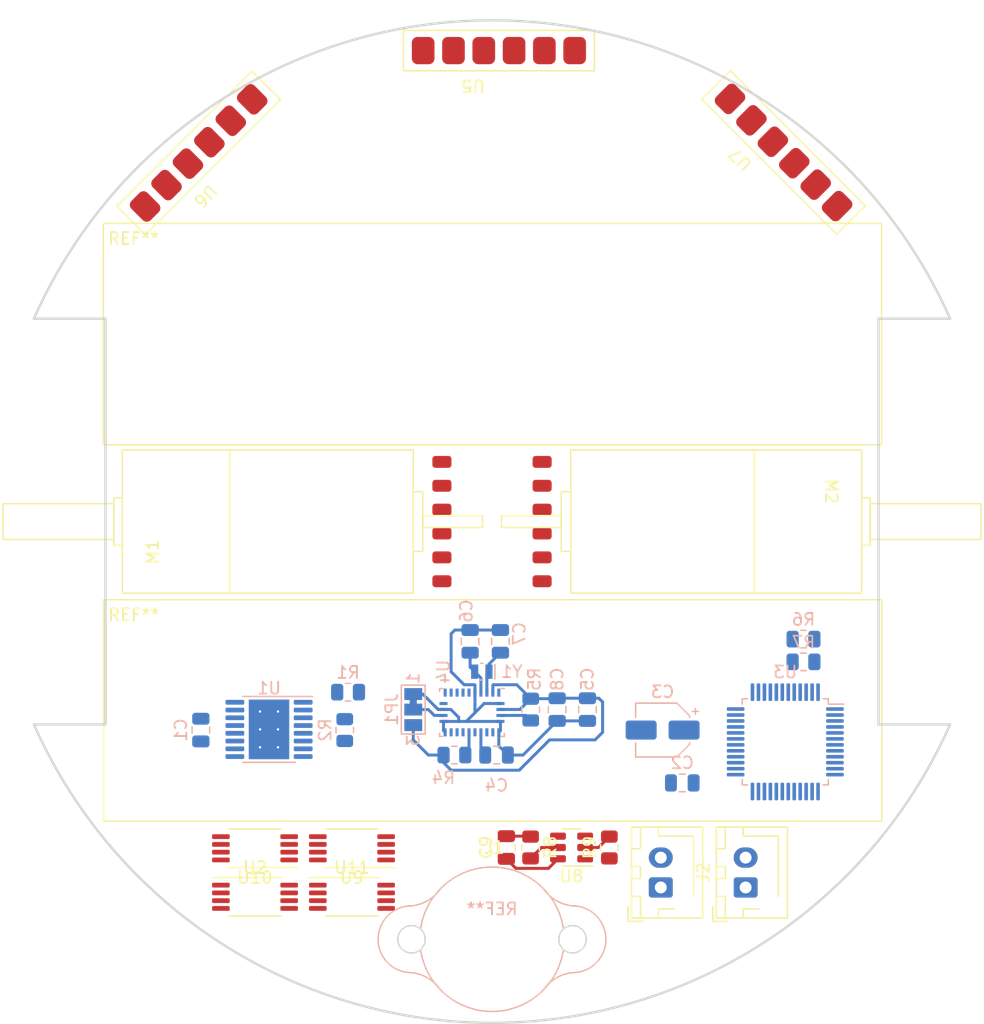
<source format=kicad_pcb>
(kicad_pcb (version 20221018) (generator pcbnew)
  (layers (0 "F.Cu" signal) (31 "B.Cu" signal) (34 "B.Paste" user) (35 "F.Paste" user) (36 "B.SilkS" user "B.Silkscreen") (37 "F.SilkS" user "F.Silkscreen") (38 "B.Mask" user) (39 "F.Mask" user) (44 "Edge.Cuts" user))
  (net 0 "")
  (net 1 "GND")
  (net 2 "M1_B")
  (net 3 "+5V")
  (net 4 "M1_A")
  (net 5 "Net-(M1-M2)")
  (net 6 "Net-(M1-M1)")
  (net 7 "M2_B")
  (net 8 "M2_A")
  (net 9 "Net-(M2-M2)")
  (net 10 "Net-(M2-M1)")
  (net 12 "Net-(U1-AISEN)")
  (net 13 "Net-(U1-BISEN)")
  (net 15 "-BATT")
  (net 16 "DRV_B1")
  (net 17 "Net-(U1-VCP)")
  (net 18 "DRV_B2")
  (net 19 "DRV_A2")
  (net 20 "Net-(JP1-C)")
  (net 21 "+3.3V")
  (net 24 "BNO_INT")
  (net 27 "VL_EN1")
  (net 28 "VL_EN2")
  (net 29 "VL_EN3")
  (net 53 "SDA")
  (net 54 "SCL")
  (net 56 "Net-(U4-~{BOOT_LOAD_PIN})")
  (net 59 "Net-(U4-CAP)")
  (net 61 "Net-(U4-~{RESET})")
  (net 68 "Net-(U4-XOUT32)")
  (net 69 "Net-(U4-XIN32)")
  (net 73 "DRV_A1")
  (net 74 "+BATT")
  (net 75 "Net-(U8-VCC)")
  (net 76 "Net-(R9-Pad1)")
  (net 77 "Net-(U8-CS)")
  (net 78 "Net-(U10-G1)")
  (net 79 "Net-(U10-G2)")
  (net 81 "Net-(U9-D-Pad1)")
  (net 82 "Net-(U10-D-Pad1)")
  (net 83 "Net-(U2-D-Pad1)")
  (net 85 "Net-(U11-D-Pad1)")
  (footprint "pololu:VL53L0X" (layer "F.Cu") (at 68.58 22.225 180)
    (fp_text reference "U5" (at 10.16 -1.27 180 unlocked) (layer "F.SilkS"))
    (fp_text value "~")
    (pad "1" smd roundrect (at 1.65 1.69 270) (size 2.286 1.9) (layers "F.Cu" "F.Paste" "F.Mask") (net 21 "+3.3V"))
    (pad "2" smd roundrect (at 4.19 1.69 270) (size 2.286 1.9) (layers "F.Cu" "F.Paste" "F.Mask") (net 1 "GND"))
    (pad "3" smd roundrect (at 6.73 1.69 270) (size 2.286 1.9) (layers "F.Cu" "F.Paste" "F.Mask") (net 54 "SCL"))
    (pad "4" smd roundrect (at 9.27 1.69 270) (size 2.286 1.9) (layers "F.Cu" "F.Paste" "F.Mask") (net 53 "SDA"))
    (pad "5" smd roundrect (at 11.81 1.69 270) (size 2.286 1.9) (layers "F.Cu" "F.Paste" "F.Mask"))
    (pad "6" smd roundrect (at 14.35 1.69 270) (size 2.286 1.9) (layers "F.Cu" "F.Paste" "F.Mask") (net 27 "VL_EN1"))
  )
  (footprint "Connector_JST:JST_XH_B2B-XH-AM_1x02_P2.50mm_Vertical" (layer "F.Cu") (at 74.151 90.658 90)
    (fp_text reference "J1" (at 3.337 -13.964 180) (layer "F.SilkS"))
    (fp_text value "Battery connector")
    (pad "" np_thru_hole circle (at -1.6 2 90) (size 1.2 1.2) (drill 1.2) (layers "*.Cu" "*.Mask"))
    (pad "1" thru_hole roundrect (at 0 0 90) (size 1.7 2) (drill 1) (layers "*.Cu" "*.Mask") (roundrect_rratio 0.147059) (net 74 "+BATT"))
    (pad "2" thru_hole oval (at 2.5 0 90) (size 1.7 2) (drill 1) (layers "*.Cu" "*.Mask") (net 15 "-BATT"))
  )
  (footprint "Package_SO:TSSOP-8_4.4x3mm_P0.65mm" (layer "F.Cu") (at 48.26 91.44)
    (fp_text reference "U11" (at 0 -2.45) (layer "F.SilkS"))
    (fp_text value "~")
    (pad "1" smd roundrect (at -2.8625 -0.975) (size 1.475 0.4) (layers "F.Cu" "F.Paste" "F.Mask") (net 85 "Net-(U11-D-Pad1)"))
    (pad "2" smd roundrect (at -2.8625 -0.325) (size 1.475 0.4) (layers "F.Cu" "F.Paste" "F.Mask") (net 15 "-BATT"))
    (pad "3" smd roundrect (at -2.8625 0.325) (size 1.475 0.4) (layers "F.Cu" "F.Paste" "F.Mask") (net 15 "-BATT"))
    (pad "4" smd roundrect (at -2.8625 0.975) (size 1.475 0.4) (layers "F.Cu" "F.Paste" "F.Mask") (net 78 "Net-(U10-G1)"))
    (pad "5" smd roundrect (at 2.8625 0.975) (size 1.475 0.4) (layers "F.Cu" "F.Paste" "F.Mask") (net 79 "Net-(U10-G2)"))
    (pad "6" smd roundrect (at 2.8625 0.325) (size 1.475 0.4) (layers "F.Cu" "F.Paste" "F.Mask") (net 76 "Net-(R9-Pad1)"))
    (pad "7" smd roundrect (at 2.8625 -0.325) (size 1.475 0.4) (layers "F.Cu" "F.Paste" "F.Mask") (net 76 "Net-(R9-Pad1)"))
    (pad "8" smd roundrect (at 2.8625 -0.975) (size 1.475 0.4) (layers "F.Cu" "F.Paste" "F.Mask") (net 85 "Net-(U11-D-Pad1)"))
  )
  (footprint "pololu:N20_EXTENDED_SHAFT" (layer "F.Cu") (at 19 60 90)
    (fp_text reference "M1" (at -2.54 12.54 90 unlocked) (layer "F.SilkS"))
    (fp_text value "N20_MOTOR_EXTENDED_SHAFT")
    (pad "1" smd roundrect (at -5 36.8 90) (size 1 1.6) (layers "F.Cu" "F.Paste" "F.Mask") (net 1 "GND"))
    (pad "2" smd roundrect (at -3 36.8 90) (size 1 1.6) (layers "F.Cu" "F.Paste" "F.Mask") (net 2 "M1_B"))
    (pad "3" smd roundrect (at -1 36.8 90) (size 1 1.6) (layers "F.Cu" "F.Paste" "F.Mask") (net 4 "M1_A"))
    (pad "4" smd roundrect (at 1 36.8 90) (size 1 1.6) (layers "F.Cu" "F.Paste" "F.Mask") (net 21 "+3.3V"))
    (pad "5" smd roundrect (at 3 36.8 90) (size 1 1.6) (layers "F.Cu" "F.Paste" "F.Mask") (net 5 "Net-(M1-M2)"))
    (pad "6" smd roundrect (at 5 36.8 90) (size 1 1.6) (layers "F.Cu" "F.Paste" "F.Mask") (net 6 "Net-(M1-M1)"))
  )
  (footprint "Resistor_SMD:R_0805_2012Metric" (layer "F.Cu") (at 69.839 87.31 90)
    (fp_text reference "R9" (at 0 -1.65 90) (layer "F.SilkS"))
    (fp_text value "1K")
    (pad "1" smd roundrect (at -0.9125 0 90) (size 1.025 1.4) (layers "F.Cu" "F.Paste" "F.Mask") (roundrect_rratio 0.243902) (net 76 "Net-(R9-Pad1)"))
    (pad "2" smd roundrect (at 0.9125 0 90) (size 1.025 1.4) (layers "F.Cu" "F.Paste" "F.Mask") (roundrect_rratio 0.243902) (net 77 "Net-(U8-CS)"))
  )
  (footprint "Resistor_SMD:R_0805_2012Metric" (layer "F.Cu") (at 63.235 87.31 -90)
    (fp_text reference "R8" (at 0 -1.65 -270) (layer "F.SilkS"))
    (fp_text value "100R")
    (pad "1" smd roundrect (at -0.9125 0 270) (size 1.025 1.4) (layers "F.Cu" "F.Paste" "F.Mask") (roundrect_rratio 0.243902) (net 74 "+BATT"))
    (pad "2" smd roundrect (at 0.9125 0 270) (size 1.025 1.4) (layers "F.Cu" "F.Paste" "F.Mask") (roundrect_rratio 0.243902) (net 75 "Net-(U8-VCC)"))
  )
  (footprint "Package_TO_SOT_SMD:SOT-23-6" (layer "F.Cu") (at 66.6695 87.31 180)
    (fp_text reference "U8" (at 0 -2.4) (layer "F.SilkS"))
    (fp_text value "~")
    (pad "1" smd roundrect (at -1.1375 -0.95 180) (size 1.325 0.6) (layers "F.Cu" "F.Paste" "F.Mask") (net 78 "Net-(U10-G1)"))
    (pad "2" smd roundrect (at -1.1375 0 180) (size 1.325 0.6) (layers "F.Cu" "F.Paste" "F.Mask") (net 77 "Net-(U8-CS)"))
    (pad "3" smd roundrect (at -1.1375 0.95 180) (size 1.325 0.6) (layers "F.Cu" "F.Paste" "F.Mask") (net 79 "Net-(U10-G2)"))
    (pad "4" smd roundrect (at 1.1375 0.95 180) (size 1.325 0.6) (layers "F.Cu" "F.Paste" "F.Mask"))
    (pad "5" smd roundrect (at 1.1375 0 180) (size 1.325 0.6) (layers "F.Cu" "F.Paste" "F.Mask") (net 75 "Net-(U8-VCC)"))
    (pad "6" smd roundrect (at 1.1375 -0.95 180) (size 1.325 0.6) (layers "F.Cu" "F.Paste" "F.Mask") (net 15 "-BATT"))
  )
  (footprint "pololu:VL53L0X" (layer "F.Cu") (at 88.907818 35.925839 135)
    (fp_text reference "U7" (at 10.16 -1.27 135 unlocked) (layer "F.SilkS"))
    (fp_text value "~")
    (pad "1" smd roundrect (at 1.65 1.69 225) (size 2.286 1.9) (layers "F.Cu" "F.Paste" "F.Mask") (net 21 "+3.3V"))
    (pad "2" smd roundrect (at 4.19 1.69 225) (size 2.286 1.9) (layers "F.Cu" "F.Paste" "F.Mask") (net 1 "GND"))
    (pad "3" smd roundrect (at 6.73 1.69 225) (size 2.286 1.9) (layers "F.Cu" "F.Paste" "F.Mask") (net 54 "SCL"))
    (pad "4" smd roundrect (at 9.27 1.69 225) (size 2.286 1.9) (layers "F.Cu" "F.Paste" "F.Mask") (net 53 "SDA"))
    (pad "5" smd roundrect (at 11.81 1.69 225) (size 2.286 1.9) (layers "F.Cu" "F.Paste" "F.Mask"))
    (pad "6" smd roundrect (at 14.35 1.69 225) (size 2.286 1.9) (layers "F.Cu" "F.Paste" "F.Mask") (net 29 "VL_EN3"))
  )
  (footprint "pololu:N20_EXTENDED_SHAFT" (layer "F.Cu") (at 101 60 -90)
    (fp_text reference "M2" (at -2.54 12.54 -90 unlocked) (layer "F.SilkS"))
    (fp_text value "N20_MOTOR_EXTENDED_SHAFT")
    (pad "1" smd roundrect (at -5 36.8 270) (size 1 1.6) (layers "F.Cu" "F.Paste" "F.Mask") (net 1 "GND"))
    (pad "2" smd roundrect (at -3 36.8 270) (size 1 1.6) (layers "F.Cu" "F.Paste" "F.Mask") (net 7 "M2_B"))
    (pad "3" smd roundrect (at -1 36.8 270) (size 1 1.6) (layers "F.Cu" "F.Paste" "F.Mask") (net 8 "M2_A"))
    (pad "4" smd roundrect (at 1 36.8 270) (size 1 1.6) (layers "F.Cu" "F.Paste" "F.Mask") (net 21 "+3.3V"))
    (pad "5" smd roundrect (at 3 36.8 270) (size 1 1.6) (layers "F.Cu" "F.Paste" "F.Mask") (net 9 "Net-(M2-M2)"))
    (pad "6" smd roundrect (at 5 36.8 270) (size 1 1.6) (layers "F.Cu" "F.Paste" "F.Mask") (net 10 "Net-(M2-M1)"))
  )
  (footprint "Connector_JST:JST_XH_B2B-XH-AM_1x02_P2.50mm_Vertical" (layer "F.Cu") (at 81.263 90.658 90)
    (fp_text reference "J2" (at 1.25 -3.55 90) (layer "F.SilkS"))
    (fp_text value "Battery connector")
    (pad "" np_thru_hole circle (at -1.6 2 90) (size 1.2 1.2) (drill 1.2) (layers "*.Cu" "*.Mask"))
    (pad "1" thru_hole roundrect (at 0 0 90) (size 1.7 2) (drill 1) (layers "*.Cu" "*.Mask") (roundrect_rratio 0.147059) (net 74 "+BATT"))
    (pad "2" thru_hole oval (at 2.5 0 90) (size 1.7 2) (drill 1) (layers "*.Cu" "*.Mask") (net 15 "-BATT"))
  )
  (footprint "pololu:SAMSUNG_18650" (layer "F.Cu") (at 27.432 66.548)
    (fp_text reference "REF**" (at 2.54 1.27 unlocked) (layer "F.SilkS"))
    (fp_text value "SAMSUNG_18650")
  )
  (footprint "pololu:SAMSUNG_18650" (layer "F.Cu") (at 27.414 35.016)
    (fp_text reference "REF**" (at 2.54 1.27 unlocked) (layer "F.SilkS"))
    (fp_text value "SAMSUNG_18650")
  )
  (footprint "Package_SO:TSSOP-8_4.4x3mm_P0.65mm" (layer "F.Cu") (at 48.26 87.376 180)
    (fp_text reference "U9" (at 0 -2.45) (layer "F.SilkS"))
    (fp_text value "~")
    (pad "1" smd roundrect (at -2.8625 -0.975 180) (size 1.475 0.4) (layers "F.Cu" "F.Paste" "F.Mask") (net 81 "Net-(U9-D-Pad1)"))
    (pad "2" smd roundrect (at -2.8625 -0.325 180) (size 1.475 0.4) (layers "F.Cu" "F.Paste" "F.Mask") (net 15 "-BATT"))
    (pad "3" smd roundrect (at -2.8625 0.325 180) (size 1.475 0.4) (layers "F.Cu" "F.Paste" "F.Mask") (net 15 "-BATT"))
    (pad "4" smd roundrect (at -2.8625 0.975 180) (size 1.475 0.4) (layers "F.Cu" "F.Paste" "F.Mask") (net 78 "Net-(U10-G1)"))
    (pad "5" smd roundrect (at 2.8625 0.975 180) (size 1.475 0.4) (layers "F.Cu" "F.Paste" "F.Mask") (net 79 "Net-(U10-G2)"))
    (pad "6" smd roundrect (at 2.8625 0.325 180) (size 1.475 0.4) (layers "F.Cu" "F.Paste" "F.Mask") (net 76 "Net-(R9-Pad1)"))
    (pad "7" smd roundrect (at 2.8625 -0.325 180) (size 1.475 0.4) (layers "F.Cu" "F.Paste" "F.Mask") (net 76 "Net-(R9-Pad1)"))
    (pad "8" smd roundrect (at 2.8625 -0.975 180) (size 1.475 0.4) (layers "F.Cu" "F.Paste" "F.Mask") (net 81 "Net-(U9-D-Pad1)"))
  )
  (footprint "Package_SO:TSSOP-8_4.4x3mm_P0.65mm" (layer "F.Cu") (at 40.132 87.376 180)
    (fp_text reference "U10" (at 0 -2.45) (layer "F.SilkS"))
    (fp_text value "~")
    (pad "1" smd roundrect (at -2.8625 -0.975 180) (size 1.475 0.4) (layers "F.Cu" "F.Paste" "F.Mask") (net 82 "Net-(U10-D-Pad1)"))
    (pad "2" smd roundrect (at -2.8625 -0.325 180) (size 1.475 0.4) (layers "F.Cu" "F.Paste" "F.Mask") (net 15 "-BATT"))
    (pad "3" smd roundrect (at -2.8625 0.325 180) (size 1.475 0.4) (layers "F.Cu" "F.Paste" "F.Mask") (net 15 "-BATT"))
    (pad "4" smd roundrect (at -2.8625 0.975 180) (size 1.475 0.4) (layers "F.Cu" "F.Paste" "F.Mask") (net 78 "Net-(U10-G1)"))
    (pad "5" smd roundrect (at 2.8625 0.975 180) (size 1.475 0.4) (layers "F.Cu" "F.Paste" "F.Mask") (net 79 "Net-(U10-G2)"))
    (pad "6" smd roundrect (at 2.8625 0.325 180) (size 1.475 0.4) (layers "F.Cu" "F.Paste" "F.Mask") (net 76 "Net-(R9-Pad1)"))
    (pad "7" smd roundrect (at 2.8625 -0.325 180) (size 1.475 0.4) (layers "F.Cu" "F.Paste" "F.Mask") (net 76 "Net-(R9-Pad1)"))
    (pad "8" smd roundrect (at 2.8625 -0.975 180) (size 1.475 0.4) (layers "F.Cu" "F.Paste" "F.Mask") (net 82 "Net-(U10-D-Pad1)"))
  )
  (footprint "Capacitor_SMD:C_0805_2012Metric" (layer "F.Cu") (at 61.203 87.31 90)
    (fp_text reference "C9" (at 0 -1.68 90) (layer "F.SilkS"))
    (fp_text value "100nF")
    (pad "1" smd roundrect (at -0.95 0 90) (size 1 1.45) (layers "F.Cu" "F.Paste" "F.Mask") (net 15 "-BATT"))
    (pad "2" smd roundrect (at 0.95 0 90) (size 1 1.45) (layers "F.Cu" "F.Paste" "F.Mask") (net 74 "+BATT"))
  )
  (footprint "Package_SO:TSSOP-8_4.4x3mm_P0.65mm" (layer "F.Cu") (at 40.132 91.44)
    (fp_text reference "U2" (at 0 -2.45) (layer "F.SilkS"))
    (fp_text value "~")
    (pad "1" smd roundrect (at -2.8625 -0.975) (size 1.475 0.4) (layers "F.Cu" "F.Paste" "F.Mask") (net 83 "Net-(U2-D-Pad1)"))
    (pad "2" smd roundrect (at -2.8625 -0.325) (size 1.475 0.4) (layers "F.Cu" "F.Paste" "F.Mask") (net 15 "-BATT"))
    (pad "3" smd roundrect (at -2.8625 0.325) (size 1.475 0.4) (layers "F.Cu" "F.Paste" "F.Mask") (net 15 "-BATT"))
    (pad "4" smd roundrect (at -2.8625 0.975) (size 1.475 0.4) (layers "F.Cu" "F.Paste" "F.Mask") (net 78 "Net-(U10-G1)"))
    (pad "5" smd roundrect (at 2.8625 0.975) (size 1.475 0.4) (layers "F.Cu" "F.Paste" "F.Mask") (net 79 "Net-(U10-G2)"))
    (pad "6" smd roundrect (at 2.8625 0.325) (size 1.475 0.4) (layers "F.Cu" "F.Paste" "F.Mask") (net 76 "Net-(R9-Pad1)"))
    (pad "7" smd roundrect (at 2.8625 -0.325) (size 1.475 0.4) (layers "F.Cu" "F.Paste" "F.Mask") (net 76 "Net-(R9-Pad1)"))
    (pad "8" smd roundrect (at 2.8625 -0.975) (size 1.475 0.4) (layers "F.Cu" "F.Paste" "F.Mask") (net 83 "Net-(U2-D-Pad1)"))
  )
  (footprint "pololu:VL53L0X" (layer "F.Cu") (at 42.257788 24.648233 -135)
    (fp_text reference "U6" (at 10.16 -1.27 -135 unlocked) (layer "F.SilkS"))
    (fp_text value "~")
    (pad "1" smd roundrect (at 1.65 1.69 315) (size 2.286 1.9) (layers "F.Cu" "F.Paste" "F.Mask") (net 21 "+3.3V"))
    (pad "2" smd roundrect (at 4.19 1.69 315) (size 2.286 1.9) (layers "F.Cu" "F.Paste" "F.Mask") (net 1 "GND"))
    (pad "3" smd roundrect (at 6.73 1.69 315) (size 2.286 1.9) (layers "F.Cu" "F.Paste" "F.Mask") (net 54 "SCL"))
    (pad "4" smd roundrect (at 9.27 1.69 315) (size 2.286 1.9) (layers "F.Cu" "F.Paste" "F.Mask") (net 53 "SDA"))
    (pad "5" smd roundrect (at 11.81 1.69 315) (size 2.286 1.9) (layers "F.Cu" "F.Paste" "F.Mask"))
    (pad "6" smd roundrect (at 14.35 1.69 315) (size 2.286 1.9) (layers "F.Cu" "F.Paste" "F.Mask") (net 28 "VL_EN2"))
  )
  (footprint "Capacitor_SMD:C_0805_2012Metric" (layer "B.Cu") (at 60.706 70.038 90)
    (fp_text reference "C7" (at 0.635 1.580154 90) (layer "B.SilkS") (effects (justify mirror)))
    (fp_text value "22pF")
    (pad "1" smd roundrect (at -0.95 0 90) (size 1 1.45) (layers "B.Cu" "B.Paste" "B.Mask") (net 69 "Net-(U4-XIN32)"))
    (pad "2" smd roundrect (at 0.95 0 90) (size 1 1.45) (layers "B.Cu" "B.Paste" "B.Mask") (net 1 "GND"))
  )
  (footprint "Jumper:SolderJumper-3_P1.3mm_Bridged12_Pad1.0x1.5mm_NumberLabels" (layer "B.Cu") (at 53.396154 75.753 -90)
    (fp_text reference "JP1" (at 0 1.8 90) (layer "B.SilkS") (effects (justify mirror)))
    (fp_text value "I2C_ADDR_SEL")
    (fp_text user "1" (at -2.6 0 90) (layer "B.SilkS") (effects (justify mirror)))
    (fp_text user "3" (at 2.6 0 90) (layer "B.SilkS") (effects (justify mirror)))
    (fp_poly (pts (xy -0.9 0.3) (xy -0.4 0.3) (xy -0.4 -0.3) (xy -0.9 -0.3)) (fill solid) (layer "B.Cu"))
    (pad "1" smd rect (at -1.3 0 270) (size 1 1.5) (layers "B.Cu" "B.Mask") (net 1 "GND"))
    (pad "2" smd rect (at 0 0 270) (size 1 1.5) (layers "B.Cu" "B.Mask") (net 20 "Net-(JP1-C)"))
    (pad "3" smd rect (at 1.3 0 270) (size 1 1.5) (layers "B.Cu" "B.Mask") (net 21 "+3.3V"))
  )
  (footprint "Resistor_SMD:R_0805_2012Metric" (layer "B.Cu") (at 56.848654 79.563 180)
    (fp_text reference "R4" (at 0.9125 -1.905) (layer "B.SilkS") (effects (justify mirror)))
    (fp_text value "10K")
    (pad "1" smd roundrect (at -0.9125 0 180) (size 1.025 1.4) (layers "B.Cu" "B.Paste" "B.Mask") (roundrect_rratio 0.243902) (net 61 "Net-(U4-~{RESET})"))
    (pad "2" smd roundrect (at 0.9125 0 180) (size 1.025 1.4) (layers "B.Cu" "B.Paste" "B.Mask") (roundrect_rratio 0.243902) (net 21 "+3.3V"))
  )
  (footprint "Resistor_SMD:R_0805_2012Metric" (layer "B.Cu") (at 47.655 77.47 -90)
    (fp_text reference "R2" (at 0 1.65 90) (layer "B.SilkS") (effects (justify mirror)))
    (fp_text value "0.2R")
    (pad "1" smd roundrect (at -0.9125 0 270) (size 1.025 1.4) (layers "B.Cu" "B.Paste" "B.Mask") (roundrect_rratio 0.243902) (net 1 "GND"))
    (pad "2" smd roundrect (at 0.9125 0 270) (size 1.025 1.4) (layers "B.Cu" "B.Paste" "B.Mask") (roundrect_rratio 0.243902) (net 13 "Net-(U1-BISEN)"))
  )
  (footprint "pololu:BALL_CASTER_3_8" (layer "B.Cu") (at 59.99997 95 180)
    (fp_text reference "REF**" (at 0 2.54 unlocked) (layer "B.SilkS") (effects (justify mirror)))
    (fp_text value "BALL_CASTER_3_8")
    (fp_circle (center -6.75 0) (end -5.6 0) (stroke (width 0.12)) (fill none) (layer "Edge.Cuts"))
    (fp_circle (center 6.75 0) (end 7.9 0) (stroke (width 0.12)) (fill none) (layer "Edge.Cuts"))
  )
  (footprint "Package_LGA:LGA-28_5.2x3.8mm_P0.5mm" (layer "B.Cu") (at 58.321 75.9955 180)
    (fp_text reference "U4" (at 2.384846 3.4175 90) (layer "B.SilkS") (effects (justify mirror)))
    (fp_text value "BNO055")
    (pad "1" smd rect (at -2.25 1.6625 180) (size 0.254 0.675) (layers "B.Cu" "B.Paste" "B.Mask"))
    (pad "2" smd rect (at -2.3875 0.75 90) (size 0.254 0.675) (layers "B.Cu" "B.Paste" "B.Mask") (net 1 "GND"))
    (pad "3" smd rect (at -2.3875 0.25 90) (size 0.254 0.675) (layers "B.Cu" "B.Paste" "B.Mask") (net 21 "+3.3V"))
    (pad "4" smd rect (at -2.3875 -0.25 90) (size 0.254 0.675) (layers "B.Cu" "B.Paste" "B.Mask") (net 56 "Net-(U4-~{BOOT_LOAD_PIN})"))
    (pad "5" smd rect (at -2.3875 -0.75 90) (size 0.254 0.675) (layers "B.Cu" "B.Paste" "B.Mask") (net 1 "GND"))
    (pad "6" smd rect (at -2.25 -1.6625 180) (size 0.254 0.675) (layers "B.Cu" "B.Paste" "B.Mask") (net 1 "GND"))
    (pad "7" smd rect (at -1.75 -1.6625 180) (size 0.254 0.675) (layers "B.Cu" "B.Paste" "B.Mask"))
    (pad "8" smd rect (at -1.25 -1.6625 180) (size 0.254 0.675) (layers "B.Cu" "B.Paste" "B.Mask"))
    (pad "9" smd rect (at -0.75 -1.6625 180) (size 0.254 0.675) (layers "B.Cu" "B.Paste" "B.Mask") (net 59 "Net-(U4-CAP)"))
    (pad "10" smd rect (at -0.25 -1.6625 180) (size 0.254 0.675) (layers "B.Cu" "B.Paste" "B.Mask"))
    (pad "11" smd rect (at 0.25 -1.6625 180) (size 0.254 0.675) (layers "B.Cu" "B.Paste" "B.Mask") (net 61 "Net-(U4-~{RESET})"))
    (pad "12" smd rect (at 0.75 -1.6625 180) (size 0.254 0.675) (layers "B.Cu" "B.Paste" "B.Mask"))
    (pad "13" smd rect (at 1.25 -1.6625 180) (size 0.254 0.675) (layers "B.Cu" "B.Paste" "B.Mask"))
    (pad "14" smd rect (at 1.75 -1.6625 180) (size 0.254 0.675) (layers "B.Cu" "B.Paste" "B.Mask") (net 24 "BNO_INT"))
    (pad "15" smd rect (at 2.25 -1.6625 180) (size 0.254 0.675) (layers "B.Cu" "B.Paste" "B.Mask") (net 1 "GND"))
    (pad "16" smd rect (at 2.3875 -0.75 90) (size 0.254 0.675) (layers "B.Cu" "B.Paste" "B.Mask") (net 1 "GND"))
    (pad "17" smd rect (at 2.3875 -0.25 90) (size 0.254 0.675) (layers "B.Cu" "B.Paste" "B.Mask") (net 20 "Net-(JP1-C)"))
    (pad "18" smd rect (at 2.3875 0.25 90) (size 0.254 0.675) (layers "B.Cu" "B.Paste" "B.Mask") (net 1 "GND"))
    (pad "19" smd rect (at 2.3875 0.75 90) (size 0.254 0.675) (layers "B.Cu" "B.Paste" "B.Mask") (net 54 "SCL"))
    (pad "20" smd rect (at 2.25 1.6625 180) (size 0.254 0.675) (layers "B.Cu" "B.Paste" "B.Mask") (net 53 "SDA"))
    (pad "21" smd rect (at 1.75 1.6625 180) (size 0.254 0.675) (layers "B.Cu" "B.Paste" "B.Mask"))
    (pad "22" smd rect (at 1.25 1.6625 180) (size 0.254 0.675) (layers "B.Cu" "B.Paste" "B.Mask"))
    (pad "23" smd rect (at 0.75 1.6625 180) (size 0.254 0.675) (layers "B.Cu" "B.Paste" "B.Mask"))
    (pad "24" smd rect (at 0.25 1.6625 180) (size 0.254 0.675) (layers "B.Cu" "B.Paste" "B.Mask"))
    (pad "25" smd rect (at -0.25 1.6625 180) (size 0.254 0.675) (layers "B.Cu" "B.Paste" "B.Mask") (net 1 "GND"))
    (pad "26" smd rect (at -0.75 1.6625 180) (size 0.254 0.675) (layers "B.Cu" "B.Paste" "B.Mask") (net 68 "Net-(U4-XOUT32)"))
    (pad "27" smd rect (at -1.25 1.6625 180) (size 0.254 0.675) (layers "B.Cu" "B.Paste" "B.Mask") (net 69 "Net-(U4-XIN32)"))
    (pad "28" smd rect (at -1.75 1.6625 180) (size 0.254 0.675) (layers "B.Cu" "B.Paste" "B.Mask") (net 21 "+3.3V"))
  )
  (footprint "Capacitor_SMD:CP_Elec_4x3" (layer "B.Cu") (at 74.303094 77.47 180)
    (fp_text reference "C3" (at 0 3.2) (layer "B.SilkS") (effects (justify mirror)))
    (fp_text value "10uF")
    (pad "1" smd roundrect (at -1.8 0 180) (size 2.6 1.6) (layers "B.Cu" "B.Paste" "B.Mask") (roundrect_rratio 0.15625) (net 21 "+3.3V"))
    (pad "2" smd roundrect (at 1.8 0 180) (size 2.6 1.6) (layers "B.Cu" "B.Paste" "B.Mask") (roundrect_rratio 0.15625) (net 1 "GND"))
  )
  (footprint "Capacitor_SMD:C_0805_2012Metric" (layer "B.Cu") (at 35.59 77.47 -90)
    (fp_text reference "C1" (at 0 1.68 90) (layer "B.SilkS") (effects (justify mirror)))
    (fp_text value "10nF")
    (pad "1" smd roundrect (at -0.95 0 270) (size 1 1.45) (layers "B.Cu" "B.Paste" "B.Mask") (net 3 "+5V"))
    (pad "2" smd roundrect (at 0.95 0 270) (size 1 1.45) (layers "B.Cu" "B.Paste" "B.Mask") (net 17 "Net-(U1-VCP)"))
  )
  (footprint "Capacitor_SMD:C_0805_2012Metric" (layer "B.Cu") (at 58.166 70.038 90)
    (fp_text reference "C6" (at 2.54 -0.324846 90) (layer "B.SilkS") (effects (justify mirror)))
    (fp_text value "22pF")
    (pad "1" smd roundrect (at -0.95 0 90) (size 1 1.45) (layers "B.Cu" "B.Paste" "B.Mask") (net 68 "Net-(U4-XOUT32)"))
    (pad "2" smd roundrect (at 0.95 0 90) (size 1 1.45) (layers "B.Cu" "B.Paste" "B.Mask") (net 1 "GND"))
  )
  (footprint "Resistor_SMD:R_0805_2012Metric" (layer "B.Cu") (at 47.9325 74.295 180)
    (fp_text reference "R1" (at 0 1.65) (layer "B.SilkS") (effects (justify mirror)))
    (fp_text value "0.2R")
    (pad "1" smd roundrect (at -0.9125 0 180) (size 1.025 1.4) (layers "B.Cu" "B.Paste" "B.Mask") (roundrect_rratio 0.243902) (net 1 "GND"))
    (pad "2" smd roundrect (at 0.9125 0 180) (size 1.025 1.4) (layers "B.Cu" "B.Paste" "B.Mask") (roundrect_rratio 0.243902) (net 12 "Net-(U1-AISEN)"))
  )
  (footprint "Capacitor_SMD:C_0805_2012Metric" (layer "B.Cu") (at 75.953094 81.9 180)
    (fp_text reference "C2" (at 0 1.68) (layer "B.SilkS") (effects (justify mirror)))
    (fp_text value "100nF")
    (pad "1" smd roundrect (at -0.95 0 180) (size 1 1.45) (layers "B.Cu" "B.Paste" "B.Mask") (net 21 "+3.3V"))
    (pad "2" smd roundrect (at 0.95 0 180) (size 1 1.45) (layers "B.Cu" "B.Paste" "B.Mask") (net 1 "GND"))
  )
  (footprint "Package_SO:HTSSOP-16-1EP_4.4x5mm_P0.65mm_EP3.4x5mm_Mask2.46x2.31mm_ThermalVias" (layer "B.Cu") (at 41.305 77.415 180)
    (fp_text reference "U1" (at 0 3.45) (layer "B.SilkS") (effects (justify mirror)))
    (fp_text value "DRV8833PWP")
    (pad "1" smd roundrect (at -2.8625 2.275 180) (size 1.575 0.4) (layers "B.Cu" "B.Paste" "B.Mask"))
    (pad "2" smd roundrect (at -2.8625 1.625 180) (size 1.575 0.4) (layers "B.Cu" "B.Paste" "B.Mask") (net 6 "Net-(M1-M1)"))
    (pad "3" smd roundrect (at -2.8625 0.975 180) (size 1.575 0.4) (layers "B.Cu" "B.Paste" "B.Mask") (net 12 "Net-(U1-AISEN)"))
    (pad "4" smd roundrect (at -2.8625 0.325 180) (size 1.575 0.4) (layers "B.Cu" "B.Paste" "B.Mask") (net 5 "Net-(M1-M2)"))
    (pad "5" smd roundrect (at -2.8625 -0.325 180) (size 1.575 0.4) (layers "B.Cu" "B.Paste" "B.Mask") (net 9 "Net-(M2-M2)"))
    (pad "6" smd roundrect (at -2.8625 -0.975 180) (size 1.575 0.4) (layers "B.Cu" "B.Paste" "B.Mask") (net 13 "Net-(U1-BISEN)"))
    (pad "7" smd roundrect (at -2.8625 -1.625 180) (size 1.575 0.4) (layers "B.Cu" "B.Paste" "B.Mask") (net 10 "Net-(M2-M1)"))
    (pad "8" smd roundrect (at -2.8625 -2.275 180) (size 1.575 0.4) (layers "B.Cu" "B.Paste" "B.Mask"))
    (pad "9" smd roundrect (at 2.8625 -2.275 180) (size 1.575 0.4) (layers "B.Cu" "B.Paste" "B.Mask") (net 16 "DRV_B1"))
    (pad "10" smd roundrect (at 2.8625 -1.625 180) (size 1.575 0.4) (layers "B.Cu" "B.Paste" "B.Mask") (net 18 "DRV_B2"))
    (pad "11" smd roundrect (at 2.8625 -0.975 180) (size 1.575 0.4) (layers "B.Cu" "B.Paste" "B.Mask") (net 17 "Net-(U1-VCP)"))
    (pad "12" smd roundrect (at 2.8625 -0.325 180) (size 1.575 0.4) (layers "B.Cu" "B.Paste" "B.Mask") (net 3 "+5V"))
    (pad "13" smd roundrect (at 2.8625 0.325 180) (size 1.575 0.4) (layers "B.Cu" "B.Paste" "B.Mask") (net 1 "GND"))
    (pad "14" smd roundrect (at 2.8625 0.975 180) (size 1.575 0.4) (layers "B.Cu" "B.Paste" "B.Mask") (net 21 "+3.3V"))
    (pad "15" smd roundrect (at 2.8625 1.625 180) (size 1.575 0.4) (layers "B.Cu" "B.Paste" "B.Mask") (net 19 "DRV_A2"))
    (pad "16" smd roundrect (at 2.8625 2.275 180) (size 1.575 0.4) (layers "B.Cu" "B.Paste" "B.Mask") (net 73 "DRV_A1"))
    (pad "17" thru_hole circle (at -0.75 -1.5 180) (size 0.5 0.5) (drill 0.2) (layers "*.Cu") (net 1 "GND"))
    (pad "17" thru_hole circle (at -0.75 0 180) (size 0.5 0.5) (drill 0.2) (layers "*.Cu") (net 1 "GND"))
    (pad "17" thru_hole circle (at -0.75 1.5 180) (size 0.5 0.5) (drill 0.2) (layers "*.Cu") (net 1 "GND"))
    (pad "17" smd rect (at 0 0 180) (size 2 3.5) (layers "F.Cu") (net 1 "GND"))
    (pad "17" smd rect (at 0 0 180) (size 3.4 5) (layers "B.Cu") (net 1 "GND"))
    (pad "17" thru_hole circle (at 0.75 -1.5 180) (size 0.5 0.5) (drill 0.2) (layers "*.Cu") (net 1 "GND"))
    (pad "17" thru_hole circle (at 0.75 0 180) (size 0.5 0.5) (drill 0.2) (layers "*.Cu") (net 1 "GND"))
    (pad "17" thru_hole circle (at 0.75 1.5 180) (size 0.5 0.5) (drill 0.2) (layers "*.Cu") (net 1 "GND"))
  )
  (footprint "Package_QFP:TQFP-48_7x7mm_P0.5mm" (layer "B.Cu") (at 84.588094 78.4575 180)
    (fp_text reference "U3" (at 0 5.85) (layer "B.SilkS") (effects (justify mirror)))
    (fp_text value "ATmega4809-A")
    (pad "1" smd roundrect (at -4.1625 2.75 180) (size 1.475 0.3) (layers "B.Cu" "B.Paste" "B.Mask"))
    (pad "2" smd roundrect (at -4.1625 2.25 180) (size 1.475 0.3) (layers "B.Cu" "B.Paste" "B.Mask"))
    (pad "3" smd roundrect (at -4.1625 1.75 180) (size 1.475 0.3) (layers "B.Cu" "B.Paste" "B.Mask") (net 24 "BNO_INT"))
    (pad "4" smd roundrect (at -4.1625 1.25 180) (size 1.475 0.3) (layers "B.Cu" "B.Paste" "B.Mask") (net 4 "M1_A"))
    (pad "5" smd roundrect (at -4.1625 0.75 180) (size 1.475 0.3) (layers "B.Cu" "B.Paste" "B.Mask") (net 2 "M1_B"))
    (pad "6" smd roundrect (at -4.1625 0.25 180) (size 1.475 0.3) (layers "B.Cu" "B.Paste" "B.Mask") (net 8 "M2_A"))
    (pad "7" smd roundrect (at -4.1625 -0.25 180) (size 1.475 0.3) (layers "B.Cu" "B.Paste" "B.Mask") (net 7 "M2_B"))
    (pad "8" smd roundrect (at -4.1625 -0.75 180) (size 1.475 0.3) (layers "B.Cu" "B.Paste" "B.Mask"))
    (pad "9" smd roundrect (at -4.1625 -1.25 180) (size 1.475 0.3) (layers "B.Cu" "B.Paste" "B.Mask"))
    (pad "10" smd roundrect (at -4.1625 -1.75 180) (size 1.475 0.3) (layers "B.Cu" "B.Paste" "B.Mask") (net 27 "VL_EN1"))
    (pad "11" smd roundrect (at -4.1625 -2.25 180) (size 1.475 0.3) (layers "B.Cu" "B.Paste" "B.Mask") (net 28 "VL_EN2"))
    (pad "12" smd roundrect (at -4.1625 -2.75 180) (size 1.475 0.3) (layers "B.Cu" "B.Paste" "B.Mask") (net 29 "VL_EN3"))
    (pad "13" smd roundrect (at -2.75 -4.1625 180) (size 0.3 1.475) (layers "B.Cu" "B.Paste" "B.Mask"))
    (pad "14" smd roundrect (at -2.25 -4.1625 180) (size 0.3 1.475) (layers "B.Cu" "B.Paste" "B.Mask") (net 21 "+3.3V"))
    (pad "15" smd roundrect (at -1.75 -4.1625 180) (size 0.3 1.475) (layers "B.Cu" "B.Paste" "B.Mask") (net 1 "GND"))
    (pad "16" smd roundrect (at -1.25 -4.1625 180) (size 0.3 1.475) (layers "B.Cu" "B.Paste" "B.Mask"))
    (pad "17" smd roundrect (at -0.75 -4.1625 180) (size 0.3 1.475) (layers "B.Cu" "B.Paste" "B.Mask"))
    (pad "18" smd roundrect (at -0.25 -4.1625 180) (size 0.3 1.475) (layers "B.Cu" "B.Paste" "B.Mask"))
    (pad "19" smd roundrect (at 0.25 -4.1625 180) (size 0.3 1.475) (layers "B.Cu" "B.Paste" "B.Mask"))
    (pad "20" smd roundrect (at 0.75 -4.1625 180) (size 0.3 1.475) (layers "B.Cu" "B.Paste" "B.Mask"))
    (pad "21" smd roundrect (at 1.25 -4.1625 180) (size 0.3 1.475) (layers "B.Cu" "B.Paste" "B.Mask"))
    (pad "22" smd roundrect (at 1.75 -4.1625 180) (size 0.3 1.475) (layers "B.Cu" "B.Paste" "B.Mask"))
    (pad "23" smd roundrect (at 2.25 -4.1625 180) (size 0.3 1.475) (layers "B.Cu" "B.Paste" "B.Mask"))
    (pad "24" smd roundrect (at 2.75 -4.1625 180) (size 0.3 1.475) (layers "B.Cu" "B.Paste" "B.Mask"))
    (pad "25" smd roundrect (at 4.1625 -2.75 180) (size 1.475 0.3) (layers "B.Cu" "B.Paste" "B.Mask"))
    (pad "26" smd roundrect (at 4.1625 -2.25 180) (size 1.475 0.3) (layers "B.Cu" "B.Paste" "B.Mask"))
    (pad "27" smd roundrect (at 4.1625 -1.75 180) (size 1.475 0.3) (layers "B.Cu" "B.Paste" "B.Mask"))
    (pad "28" smd roundrect (at 4.1625 -1.25 180) (size 1.475 0.3) (layers "B.Cu" "B.Paste" "B.Mask") (net 21 "+3.3V"))
    (pad "29" smd roundrect (at 4.1625 -0.75 180) (size 1.475 0.3) (layers "B.Cu" "B.Paste" "B.Mask") (net 1 "GND"))
    (pad "30" smd roundrect (at 4.1625 -0.25 180) (size 1.475 0.3) (layers "B.Cu" "B.Paste" "B.Mask"))
    (pad "31" smd roundrect (at 4.1625 0.25 180) (size 1.475 0.3) (layers "B.Cu" "B.Paste" "B.Mask"))
    (pad "32" smd roundrect (at 4.1625 0.75 180) (size 1.475 0.3) (layers "B.Cu" "B.Paste" "B.Mask"))
    (pad "33" smd roundrect (at 4.1625 1.25 180) (size 1.475 0.3) (layers "B.Cu" "B.Paste" "B.Mask"))
    (pad "34" smd roundrect (at 4.1625 1.75 180) (size 1.475 0.3) (layers "B.Cu" "B.Paste" "B.Mask") (net 73 "DRV_A1"))
    (pad "35" smd roundrect (at 4.1625 2.25 180) (size 1.475 0.3) (layers "B.Cu" "B.Paste" "B.Mask") (net 19 "DRV_A2"))
    (pad "36" smd roundrect (at 4.1625 2.75 180) (size 1.475 0.3) (layers "B.Cu" "B.Paste" "B.Mask") (net 16 "DRV_B1"))
    (pad "37" smd roundrect (at 2.75 4.1625 180) (size 0.3 1.475) (layers "B.Cu" "B.Paste" "B.Mask") (net 18 "DRV_B2"))
    (pad "38" smd roundrect (at 2.25 4.1625 180) (size 0.3 1.475) (layers "B.Cu" "B.Paste" "B.Mask"))
    (pad "39" smd roundrect (at 1.75 4.1625 180) (size 0.3 1.475) (layers "B.Cu" "B.Paste" "B.Mask"))
    (pad "40" smd roundrect (at 1.25 4.1625 180) (size 0.3 1.475) (layers "B.Cu" "B.Paste" "B.Mask"))
    (pad "41" smd roundrect (at 0.75 4.1625 180) (size 0.3 1.475) (layers "B.Cu" "B.Paste" "B.Mask"))
    (pad "42" smd roundrect (at 0.25 4.1625 180) (size 0.3 1.475) (layers "B.Cu" "B.Paste" "B.Mask") (net 21 "+3.3V"))
    (pad "43" smd roundrect (at -0.25 4.1625 180) (size 0.3 1.475) (layers "B.Cu" "B.Paste" "B.Mask") (net 1 "GND"))
    (pad "44" smd roundrect (at -0.75 4.1625 180) (size 0.3 1.475) (layers "B.Cu" "B.Paste" "B.Mask"))
    (pad "45" smd roundrect (at -1.25 4.1625 180) (size 0.3 1.475) (layers "B.Cu" "B.Paste" "B.Mask"))
    (pad "46" smd roundrect (at -1.75 4.1625 180) (size 0.3 1.475) (layers "B.Cu" "B.Paste" "B.Mask") (net 53 "SDA"))
    (pad "47" smd roundrect (at -2.25 4.1625 180) (size 0.3 1.475) (layers "B.Cu" "B.Paste" "B.Mask") (net 54 "SCL"))
    (pad "48" smd roundrect (at -2.75 4.1625 180) (size 0.3 1.475) (layers "B.Cu" "B.Paste" "B.Mask"))
  )
  (footprint "Crystal:Crystal_SMD_MicroCrystal_CM9V-T1A-2Pin_1.6x1.0mm" (layer "B.Cu") (at 59.146154 72.578 180)
    (fp_text reference "Y1" (at -2.505 0) (layer "B.SilkS") (effects (justify mirror)))
    (fp_text value "32.768kHz")
    (pad "1" smd rect (at -0.6 0 180) (size 0.6 1.2) (layers "B.Cu" "B.Paste" "B.Mask") (net 69 "Net-(U4-XIN32)"))
    (pad "2" smd rect (at 0.6 0 180) (size 0.6 1.2) (layers "B.Cu" "B.Paste" "B.Mask") (net 68 "Net-(U4-XOUT32)"))
  )
  (footprint "Capacitor_SMD:C_0805_2012Metric" (layer "B.Cu") (at 68.001154 75.753 -90)
    (fp_text reference "C5" (at -2.54 0 90) (layer "B.SilkS") (effects (justify mirror)))
    (fp_text value "100nF")
    (pad "1" smd roundrect (at -0.95 0 270) (size 1 1.45) (layers "B.Cu" "B.Paste" "B.Mask") (net 21 "+3.3V"))
    (pad "2" smd roundrect (at 0.95 0 270) (size 1 1.45) (layers "B.Cu" "B.Paste" "B.Mask") (net 1 "GND"))
  )
  (footprint "Resistor_SMD:R_0805_2012Metric" (layer "B.Cu") (at 86.115594 69.85 180)
    (fp_text reference "R6" (at 0 1.65) (layer "B.SilkS") (effects (justify mirror)))
    (fp_text value "R")
    (pad "1" smd roundrect (at -0.9125 0 180) (size 1.025 1.4) (layers "B.Cu" "B.Paste" "B.Mask") (roundrect_rratio 0.243902) (net 53 "SDA"))
    (pad "2" smd roundrect (at 0.9125 0 180) (size 1.025 1.4) (layers "B.Cu" "B.Paste" "B.Mask") (roundrect_rratio 0.243902) (net 21 "+3.3V"))
  )
  (footprint "Capacitor_SMD:C_0805_2012Metric" (layer "B.Cu") (at 60.381154 79.563)
    (fp_text reference "C4" (at 0 2.54) (layer "B.SilkS") (effects (justify mirror)))
    (fp_text value "1uF")
    (pad "1" smd roundrect (at -0.95 0) (size 1 1.45) (layers "B.Cu" "B.Paste" "B.Mask") (net 59 "Net-(U4-CAP)"))
    (pad "2" smd roundrect (at 0.95 0) (size 1 1.45) (layers "B.Cu" "B.Paste" "B.Mask") (net 1 "GND"))
  )
  (footprint "Resistor_SMD:R_0805_2012Metric" (layer "B.Cu") (at 63.246 75.753 90)
    (fp_text reference "R5" (at 2.54 0.310154 90) (layer "B.SilkS") (effects (justify mirror)))
    (fp_text value "10K")
    (pad "1" smd roundrect (at -0.9125 0 90) (size 1.025 1.4) (layers "B.Cu" "B.Paste" "B.Mask") (roundrect_rratio 0.243902) (net 56 "Net-(U4-~{BOOT_LOAD_PIN})"))
    (pad "2" smd roundrect (at 0.9125 0 90) (size 1.025 1.4) (layers "B.Cu" "B.Paste" "B.Mask") (roundrect_rratio 0.243902) (net 21 "+3.3V"))
  )
  (footprint "Capacitor_SMD:C_0805_2012Metric" (layer "B.Cu") (at 65.461154 75.753 -90)
    (fp_text reference "C8" (at -2.54 0 90) (layer "B.SilkS") (effects (justify mirror)))
    (fp_text value "120nF")
    (pad "1" smd roundrect (at -0.95 0 270) (size 1 1.45) (layers "B.Cu" "B.Paste" "B.Mask") (net 21 "+3.3V"))
    (pad "2" smd roundrect (at 0.95 0 270) (size 1 1.45) (layers "B.Cu" "B.Paste" "B.Mask") (net 1 "GND"))
  )
  (footprint "Resistor_SMD:R_0805_2012Metric" (layer "B.Cu") (at 86.115594 71.755 180)
    (fp_text reference "R7" (at 0 1.65) (layer "B.SilkS") (effects (justify mirror)))
    (fp_text value "R")
    (pad "1" smd roundrect (at -0.9125 0 180) (size 1.025 1.4) (layers "B.Cu" "B.Paste" "B.Mask") (roundrect_rratio 0.243902) (net 54 "SCL"))
    (pad "2" smd roundrect (at 0.9125 0 180) (size 1.025 1.4) (layers "B.Cu" "B.Paste" "B.Mask") (roundrect_rratio 0.243902) (net 21 "+3.3V"))
  )
  (gr_line (start 21.5943 43) (end 27.5943 43) (stroke (width 0.2)) (layer "Edge.Cuts"))
  (gr_line (start 92.4057 77) (end 92.4057 43) (stroke (width 0.2)) (layer "Edge.Cuts"))
  (gr_line (start 27.5943 77) (end 21.5943 77) (stroke (width 0.2)) (layer "Edge.Cuts"))
  (gr_arc (start 98.405731 76.999995) (mid 59.999927 102) (end 21.59421 76.999861) (stroke (width 0.2)) (layer "Edge.Cuts"))
  (gr_line (start 27.5943 43) (end 27.5943 77) (stroke (width 0.2)) (layer "Edge.Cuts"))
  (gr_line (start 98.4057 77) (end 92.4057 77) (stroke (width 0.2)) (layer "Edge.Cuts"))
  (gr_arc (start 21.59421 43.000139) (mid 59.999927 18) (end 98.405731 43.000005) (stroke (width 0.2)) (layer "Edge.Cuts"))
  (gr_line (start 92.4057 43) (end 98.4057 43) (stroke (width 0.2)) (layer "Edge.Cuts"))
  (segment (start 56.571154 69.403) (end 56.571154 72.578) (width 0.25) (layer "B.Cu") (net 1))
  (segment (start 58.166 69.088) (end 56.886154 69.088) (width 0.25) (layer "B.Cu") (net 1))
  (segment (start 60.571 78.802846) (end 61.331154 79.563) (width 0.25) (layer "B.Cu") (net 1))
  (segment (start 58.571 74.333) (end 58.571 76.015654) (width 0.25) (layer "B.Cu") (net 1))
  (segment (start 57.206154 76.7455) (end 57.841154 76.7455) (width 0.25) (layer "B.Cu") (net 1))
  (segment (start 55.9335 77.5205) (end 56.071 77.658) (width 0.25) (layer "B.Cu") (net 1))
  (segment (start 58.571 73.7185) (end 58.571 74.333) (width 0.25) (layer "B.Cu") (net 1))
  (segment (start 62.601154 79.563) (end 65.461154 76.703) (width 0.25) (layer "B.Cu") (net 1))
  (segment (start 60.7085 77.5205) (end 60.571 77.658) (width 0.25) (layer "B.Cu") (net 1))
  (segment (start 56.886154 69.088) (end 56.571154 69.403) (width 0.25) (layer "B.Cu") (net 1))
  (segment (start 60.571 77.658) (end 60.571 78.802846) (width 0.25) (layer "B.Cu") (net 1))
  (segment (start 58.523 73.6705) (end 58.571 73.7185) (width 0.25) (layer "B.Cu") (net 1))
  (segment (start 57.841154 76.7455) (end 60.7085 76.7455) (width 0.25) (layer "B.Cu") (net 1))
  (segment (start 58.571 76.015654) (end 57.841154 76.7455) (width 0.25) (layer "B.Cu") (net 1))
  (segment (start 54.189896 74.453) (end 55.482396 75.7455) (width 0.25) (layer "B.Cu") (net 1))
  (segment (start 59.341154 75.2455) (end 58.571 76.015654) (width 0.25) (layer "B.Cu") (net 1))
  (segment (start 60.7085 75.2455) (end 59.341154 75.2455) (width 0.25) (layer "B.Cu") (net 1))
  (segment (start 58.166 69.088) (end 58.156154 69.088) (width 0.25) (layer "B.Cu") (net 1))
  (segment (start 55.9335 76.7455) (end 55.9335 77.5205) (width 0.25) (layer "B.Cu") (net 1))
  (segment (start 56.548 75.7455) (end 57.206154 76.403654) (width 0.25) (layer "B.Cu") (net 1))
  (segment (start 55.482396 75.7455) (end 55.9335 75.7455) (width 0.25) (layer "B.Cu") (net 1))
  (segment (start 65.461154 76.703) (end 68.001154 76.703) (width 0.25) (layer "B.Cu") (net 1))
  (segment (start 58.166 69.088) (end 60.706 69.088) (width 0.25) (layer "B.Cu") (net 1))
  (segment (start 56.571154 72.578) (end 57.663654 73.6705) (width 0.25) (layer "B.Cu") (net 1))
  (segment (start 57.206154 76.403654) (end 57.206154 76.7455) (width 0.25) (layer "B.Cu") (net 1))
  (segment (start 57.663654 73.6705) (end 58.523 73.6705) (width 0.25) (layer "B.Cu") (net 1))
  (segment (start 53.396154 74.453) (end 54.189896 74.453) (width 0.25) (layer "B.Cu") (net 1))
  (segment (start 58.156154 69.088) (end 57.841154 69.403) (width 0.25) (layer "B.Cu") (net 1))
  (segment (start 55.9335 76.7455) (end 57.206154 76.7455) (width 0.25) (layer "B.Cu") (net 1))
  (segment (start 55.9335 75.7455) (end 56.548 75.7455) (width 0.25) (layer "B.Cu") (net 1))
  (segment (start 60.7085 76.7455) (end 60.7085 77.5205) (width 0.25) (layer "B.Cu") (net 1))
  (segment (start 61.331154 79.563) (end 62.601154 79.563) (width 0.25) (layer "B.Cu") (net 1))
  (segment (start 61.203 88.26) (end 61.203 87.898173) (width 0.25) (layer "F.Cu") (net 15))
  (segment (start 62.003 89.06) (end 64.732 89.06) (width 0.25) (layer "F.Cu") (net 15))
  (segment (start 61.203 88.26) (end 62.003 89.06) (width 0.25) (layer "F.Cu") (net 15))
  (segment (start 64.732 89.06) (end 65.532 88.26) (width 0.25) (layer "F.Cu") (net 15))
  (segment (start 54.666154 75.753) (end 53.396154 75.753) (width 0.25) (layer "B.Cu") (net 20))
  (segment (start 55.158654 76.2455) (end 54.666154 75.753) (width 0.25) (layer "B.Cu") (net 20))
  (segment (start 55.9335 76.2455) (end 55.158654 76.2455) (width 0.25) (layer "B.Cu") (net 20))
  (segment (start 64.16 60.96) (end 64.2 61) (width 0.25) (layer "F.Cu") (net 21))
  (segment (start 65.423654 74.8405) (end 65.461154 74.803) (width 0.25) (layer "B.Cu") (net 21))
  (segment (start 55.936154 79.563) (end 54.666154 79.563) (width 0.25) (layer "B.Cu") (net 21))
  (segment (start 54.666154 79.563) (end 53.396154 78.293) (width 0.25) (layer "B.Cu") (net 21))
  (segment (start 60.071 74.333) (end 60.071 73.7185) (width 0.25) (layer "B.Cu") (net 21))
  (segment (start 60.119 73.6705) (end 62.076 73.6705) (width 0.25) (layer "B.Cu") (net 21))
  (segment (start 62.076 73.6705) (end 63.246 74.8405) (width 0.25) (layer "B.Cu") (net 21))
  (segment (start 56.571154 80.833) (end 62.286154 80.833) (width 0.25) (layer "B.Cu") (net 21))
  (segment (start 68.956154 74.803) (end 68.001154 74.803) (width 0.25) (layer "B.Cu") (net 21))
  (segment (start 55.936154 79.563) (end 55.936154 80.198) (width 0.25) (layer "B.Cu") (net 21))
  (segment (start 69.271154 75.118) (end 68.956154 74.803) (width 0.25) (layer "B.Cu") (net 21))
  (segment (start 62.341 75.7455) (end 60.7085 75.7455) (width 0.25) (layer "B.Cu") (net 21))
  (segment (start 64.826154 78.293) (end 68.636154 78.293) (width 0.25) (layer "B.Cu") (net 21))
  (segment (start 69.271154 77.658) (end 69.271154 75.118) (width 0.25) (layer "B.Cu") (net 21))
  (segment (start 62.286154 80.833) (end 64.826154 78.293) (width 0.25) (layer "B.Cu") (net 21))
  (segment (start 68.636154 78.293) (end 69.271154 77.658) (width 0.25) (layer "B.Cu") (net 21))
  (segment (start 65.461154 74.803) (end 68.001154 74.803) (width 0.25) (layer "B.Cu") (net 21))
  (segment (start 53.396154 78.293) (end 53.396154 77.053) (width 0.25) (layer "B.Cu") (net 21))
  (segment (start 63.246 74.8405) (end 65.423654 74.8405) (width 0.25) (layer "B.Cu") (net 21))
  (segment (start 63.246 74.8405) (end 62.341 75.7455) (width 0.25) (layer "B.Cu") (net 21))
  (segment (start 60.071 73.7185) (end 60.119 73.6705) (width 0.25) (layer "B.Cu") (net 21))
  (segment (start 55.936154 80.198) (end 56.571154 80.833) (width 0.25) (layer "B.Cu") (net 21))
  (segment (start 63.246 76.6655) (end 62.826 76.2455) (width 0.25) (layer "B.Cu") (net 56))
  (segment (start 62.826 76.2455) (end 60.7085 76.2455) (width 0.25) (layer "B.Cu") (net 56))
  (segment (start 59.431154 79.563) (end 59.746154 79.563) (width 0.25) (layer "B.Cu") (net 59))
  (segment (start 59.071 78.887846) (end 59.071 77.658) (width 0.25) (layer "B.Cu") (net 59))
  (segment (start 59.746154 79.563) (end 59.071 78.887846) (width 0.25) (layer "B.Cu") (net 59))
  (segment (start 57.761154 79.563) (end 58.071 79.253154) (width 0.25) (layer "B.Cu") (net 61))
  (segment (start 58.071 79.253154) (end 58.071 77.658) (width 0.25) (layer "B.Cu") (net 61))
  (segment (start 58.166 70.988) (end 58.166 72.197846) (width 0.25) (layer "B.Cu") (net 68))
  (segment (start 59.071 73.102846) (end 59.071 74.333) (width 0.25) (layer "B.Cu") (net 68))
  (segment (start 58.166 72.197846) (end 58.546154 72.578) (width 0.25) (layer "B.Cu") (net 68))
  (segment (start 58.546154 72.578) (end 59.071 73.102846) (width 0.25) (layer "B.Cu") (net 68))
  (segment (start 59.746154 72.578) (end 59.746154 71.947846) (width 0.25) (layer "B.Cu") (net 69))
  (segment (start 59.746154 72.578) (end 59.571 72.753154) (width 0.25) (layer "B.Cu") (net 69))
  (segment (start 59.746154 71.947846) (end 60.706 70.988) (width 0.25) (layer "B.Cu") (net 69))
  (segment (start 59.571 72.753154) (end 59.571 74.333) (width 0.25) (layer "B.Cu") (net 69))
  (segment (start 61.203 86.36) (end 63.1975 86.36) (width 0.25) (layer "F.Cu") (net 74))
  (segment (start 63.1975 86.36) (end 63.235 86.3975) (width 0.25) (layer "F.Cu") (net 74))
  (segment (start 63.235 88.2225) (end 64.1475 87.31) (width 0.25) (layer "F.Cu") (net 75))
  (segment (start 64.1475 87.31) (end 65.532 87.31) (width 0.25) (layer "F.Cu") (net 75))
  (segment (start 67.807 87.31) (end 68.9265 87.31) (width 0.25) (layer "F.Cu") (net 77))
  (segment (start 68.9265 87.31) (end 69.839 86.3975) (width 0.25) (layer "F.Cu") (net 77))
)
</source>
